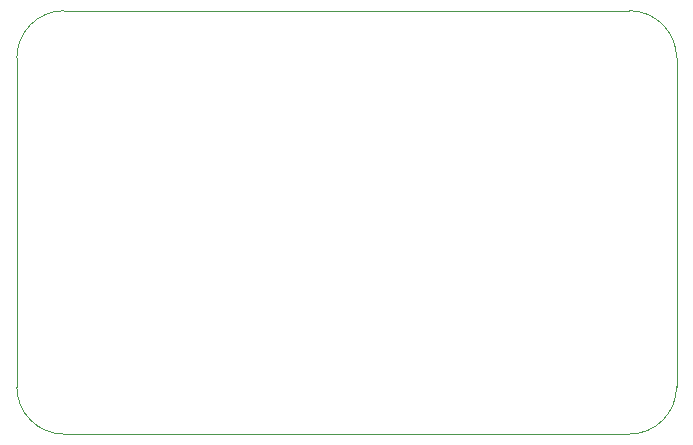
<source format=gbr>
%TF.GenerationSoftware,KiCad,Pcbnew,(5.1.10)-1*%
%TF.CreationDate,2022-12-19T12:38:44+09:00*%
%TF.ProjectId,USB_JST-XH_Converter,5553425f-4a53-4542-9d58-485f436f6e76,rev?*%
%TF.SameCoordinates,Original*%
%TF.FileFunction,Profile,NP*%
%FSLAX46Y46*%
G04 Gerber Fmt 4.6, Leading zero omitted, Abs format (unit mm)*
G04 Created by KiCad (PCBNEW (5.1.10)-1) date 2022-12-19 12:38:44*
%MOMM*%
%LPD*%
G01*
G04 APERTURE LIST*
%TA.AperFunction,Profile*%
%ADD10C,0.050000*%
%TD*%
G04 APERTURE END LIST*
D10*
X124571100Y-87078600D02*
X172431100Y-87078600D01*
X176431100Y-91078600D02*
G75*
G03*
X172431100Y-87078600I-4000000J0D01*
G01*
X176431100Y-91078600D02*
X176431100Y-118928600D01*
X172431100Y-122928600D02*
X124571100Y-122928600D01*
X120571100Y-118928600D02*
G75*
G03*
X124571100Y-122928600I4000000J0D01*
G01*
X120571100Y-118928600D02*
X120571100Y-91078600D01*
X124571100Y-87078600D02*
G75*
G03*
X120571100Y-91078600I0J-4000000D01*
G01*
X176431100Y-118928600D02*
G75*
G02*
X172431100Y-122928600I-4000000J0D01*
G01*
M02*

</source>
